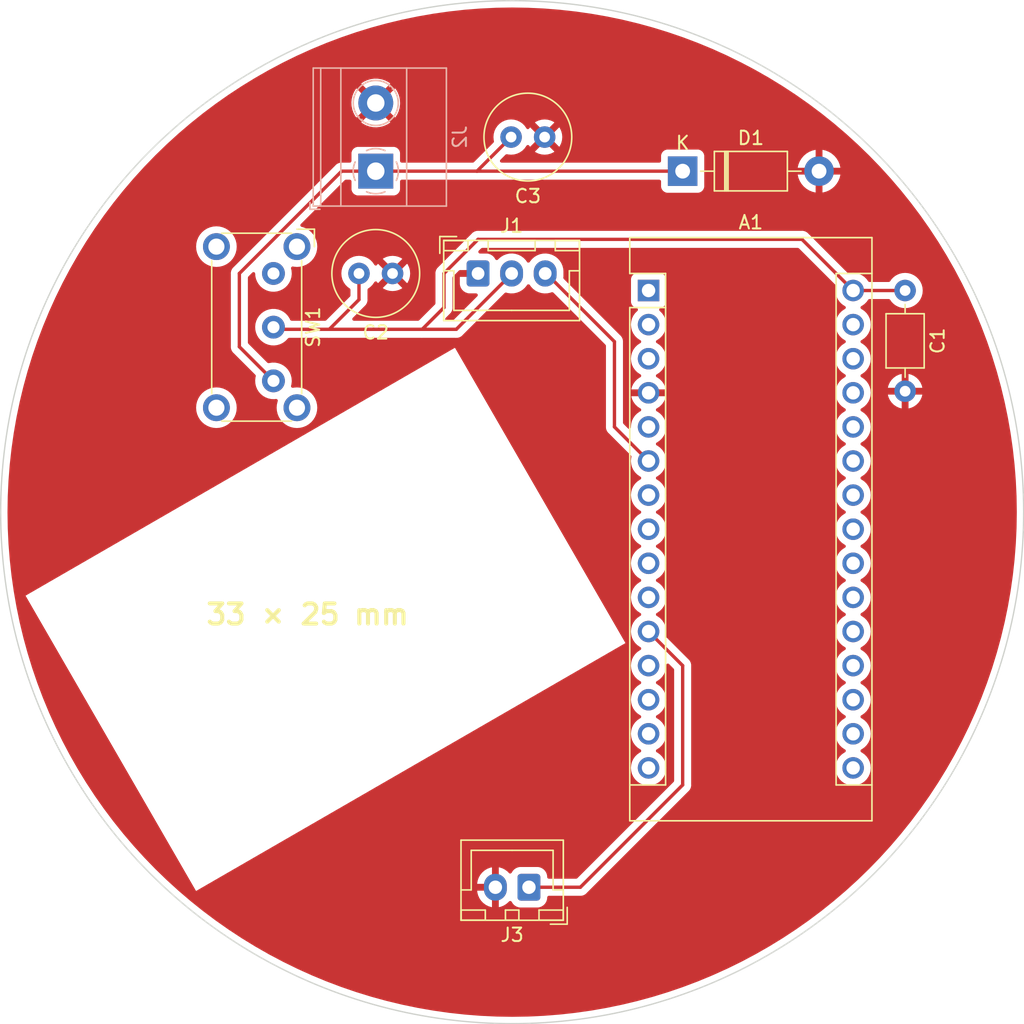
<source format=kicad_pcb>
(kicad_pcb (version 20211014) (generator pcbnew)
  (layers (0 "F.Cu" signal) (31 "B.Cu" signal) (34 "B.Paste" user) (35 "F.Paste" user) (36 "B.SilkS" user "B.Silkscreen") (37 "F.SilkS" user "F.Silkscreen") (38 "B.Mask" user) (39 "F.Mask" user) (44 "Edge.Cuts" user))
  (net 0 "")
  (net 4 "GND")
  (net 6 "/PWM")
  (net 11 "/JCK")
  (net 30 "/VIN")
  (net 31 "+9V")
  (footprint "Capacitor_THT:C_Radial_D6.3mm_H5.0mm_P2.50mm" (layer "F.Cu") (at 110.47 76.2 180)
    (fp_text reference "C2" (at 1.25 -4.4) (layer "F.SilkS"))
    (fp_text value "10uF")
    (fp_circle (center 1.25 0) (end 4.52 0) (layer "F.SilkS") (width 0.12) (fill none))
    (pad "1" thru_hole circle (at 0 0 180) (size 1.6 1.6) (drill 0.8) (layers *.Cu *.Mask) (net 4 "GND"))
    (pad "2" thru_hole circle (at 2.5 0 180) (size 1.6 1.6) (drill 0.8) (layers *.Cu *.Mask) (net 30 "/VIN"))
  )
  (footprint "Button_Switch_THT:SW_E-Switch_EG1224_SPDT_Angled" (layer "F.Cu") (at 101.6 76.2 -90)
    (fp_text reference "SW1" (at 4 -2.95 90) (layer "F.SilkS"))
    (fp_text value "SW_SPDT")
    (fp_line (start -3 3.85) (end -3 -1.35) (layer "F.SilkS") (width 0.12))
    (fp_line (start -3.3 -3.05) (end -2 -3.05) (layer "F.SilkS") (width 0.12))
    (fp_line (start -0.95 -2.1) (end 8.95 -2.1) (layer "F.SilkS") (width 0.12))
    (fp_line (start -3.3 -1.75) (end -3.3 -3.05) (layer "F.SilkS") (width 0.12))
    (fp_line (start 11 -1.35) (end 11 3.85) (layer "F.SilkS") (width 0.12))
    (fp_line (start 8.95 4.6) (end -0.95 4.6) (layer "F.SilkS") (width 0.12))
    (pad "" thru_hole circle (at 10 4.25 270) (size 2 2) (drill 1.2) (layers *.Cu *.Mask))
    (pad "" thru_hole circle (at -2 -1.75 270) (size 2 2) (drill 1.2) (layers *.Cu *.Mask))
    (pad "" thru_hole circle (at 10 -1.75 270) (size 2 2) (drill 1.2) (layers *.Cu *.Mask))
    (pad "" thru_hole circle (at -2 4.25 270) (size 2 2) (drill 1.2) (layers *.Cu *.Mask))
    (pad "1" thru_hole circle (at 0 0 270) (size 1.7 1.7) (drill 0.9) (layers *.Cu *.Mask))
    (pad "2" thru_hole circle (at 4 0 270) (size 1.7 1.7) (drill 0.9) (layers *.Cu *.Mask) (net 30 "/VIN"))
    (pad "3" thru_hole circle (at 8 0 270) (size 1.7 1.7) (drill 0.9) (layers *.Cu *.Mask) (net 31 "+9V"))
  )
  (footprint "Module:Arduino_Nano" (layer "F.Cu") (at 129.54 77.47)
    (fp_text reference "A1" (at 7.62 -5.08) (layer "F.SilkS"))
    (fp_text value "Arduino_Nano_v2.x")
    (fp_line (start 13.97 -1.27) (end 13.97 36.83) (layer "F.SilkS") (width 0.12))
    (fp_line (start 1.27 -1.27) (end -1.4 -1.27) (layer "F.SilkS") (width 0.12))
    (fp_line (start 1.27 1.27) (end 1.27 36.83) (layer "F.SilkS") (width 0.12))
    (fp_line (start 13.97 -1.27) (end 16.64 -1.27) (layer "F.SilkS") (width 0.12))
    (fp_line (start 13.97 36.83) (end 16.64 36.83) (layer "F.SilkS") (width 0.12))
    (fp_line (start 1.27 1.27) (end 1.27 -1.27) (layer "F.SilkS") (width 0.12))
    (fp_line (start -1.4 -3.94) (end -1.4 -1.27) (layer "F.SilkS") (width 0.12))
    (fp_line (start -1.4 39.5) (end 16.64 39.5) (layer "F.SilkS") (width 0.12))
    (fp_line (start 1.27 36.83) (end -1.4 36.83) (layer "F.SilkS") (width 0.12))
    (fp_line (start 16.64 39.5) (end 16.64 -3.94) (layer "F.SilkS") (width 0.12))
    (fp_line (start -1.4 1.27) (end -1.4 39.5) (layer "F.SilkS") (width 0.12))
    (fp_line (start 16.64 -3.94) (end -1.4 -3.94) (layer "F.SilkS") (width 0.12))
    (fp_line (start 1.27 1.27) (end -1.4 1.27) (layer "F.SilkS") (width 0.12))
    (pad "1" thru_hole rect locked (at 0 0) (size 1.6 1.6) (drill 1) (layers *.Cu *.Mask))
    (pad "2" thru_hole oval locked (at 0 2.54) (size 1.6 1.6) (drill 1) (layers *.Cu *.Mask))
    (pad "3" thru_hole oval locked (at 0 5.08) (size 1.6 1.6) (drill 1) (layers *.Cu *.Mask))
    (pad "4" thru_hole oval locked (at 0 7.62) (size 1.6 1.6) (drill 1) (layers *.Cu *.Mask) (net 4 "GND"))
    (pad "5" thru_hole oval locked (at 0 10.16) (size 1.6 1.6) (drill 1) (layers *.Cu *.Mask))
    (pad "6" thru_hole oval locked (at 0 12.7) (size 1.6 1.6) (drill 1) (layers *.Cu *.Mask) (net 6 "/PWM"))
    (pad "7" thru_hole oval locked (at 0 15.24) (size 1.6 1.6) (drill 1) (layers *.Cu *.Mask))
    (pad "8" thru_hole oval locked (at 0 17.78) (size 1.6 1.6) (drill 1) (layers *.Cu *.Mask))
    (pad "9" thru_hole oval locked (at 0 20.32) (size 1.6 1.6) (drill 1) (layers *.Cu *.Mask))
    (pad "10" thru_hole oval locked (at 0 22.86) (size 1.6 1.6) (drill 1) (layers *.Cu *.Mask))
    (pad "11" thru_hole oval locked (at 0 25.4) (size 1.6 1.6) (drill 1) (layers *.Cu *.Mask) (net 11 "/JCK"))
    (pad "12" thru_hole oval locked (at 0 27.94) (size 1.6 1.6) (drill 1) (layers *.Cu *.Mask))
    (pad "13" thru_hole oval locked (at 0 30.48) (size 1.6 1.6) (drill 1) (layers *.Cu *.Mask))
    (pad "14" thru_hole oval locked (at 0 33.02) (size 1.6 1.6) (drill 1) (layers *.Cu *.Mask))
    (pad "15" thru_hole oval locked (at 0 35.56) (size 1.6 1.6) (drill 1) (layers *.Cu *.Mask))
    (pad "16" thru_hole oval locked (at 15.24 35.56) (size 1.6 1.6) (drill 1) (layers *.Cu *.Mask))
    (pad "17" thru_hole oval locked (at 15.24 33.02) (size 1.6 1.6) (drill 1) (layers *.Cu *.Mask))
    (pad "18" thru_hole oval locked (at 15.24 30.48) (size 1.6 1.6) (drill 1) (layers *.Cu *.Mask))
    (pad "19" thru_hole oval locked (at 15.24 27.94) (size 1.6 1.6) (drill 1) (layers *.Cu *.Mask))
    (pad "20" thru_hole oval locked (at 15.24 25.4) (size 1.6 1.6) (drill 1) (layers *.Cu *.Mask))
    (pad "21" thru_hole oval locked (at 15.24 22.86) (size 1.6 1.6) (drill 1) (layers *.Cu *.Mask))
    (pad "22" thru_hole oval locked (at 15.24 20.32) (size 1.6 1.6) (drill 1) (layers *.Cu *.Mask))
    (pad "23" thru_hole oval locked (at 15.24 17.78) (size 1.6 1.6) (drill 1) (layers *.Cu *.Mask))
    (pad "24" thru_hole oval locked (at 15.24 15.24) (size 1.6 1.6) (drill 1) (layers *.Cu *.Mask))
    (pad "25" thru_hole oval locked (at 15.24 12.7) (size 1.6 1.6) (drill 1) (layers *.Cu *.Mask))
    (pad "26" thru_hole oval locked (at 15.24 10.16) (size 1.6 1.6) (drill 1) (layers *.Cu *.Mask))
    (pad "27" thru_hole oval locked (at 15.24 7.62) (size 1.6 1.6) (drill 1) (layers *.Cu *.Mask))
    (pad "28" thru_hole oval locked (at 15.24 5.08) (size 1.6 1.6) (drill 1) (layers *.Cu *.Mask))
    (pad "29" thru_hole oval locked (at 15.24 2.54) (size 1.6 1.6) (drill 1) (layers *.Cu *.Mask))
    (pad "30" thru_hole oval locked (at 15.24 0) (size 1.6 1.6) (drill 1) (layers *.Cu *.Mask) (net 30 "/VIN"))
  )
  (footprint "Capacitor_THT:C_Radial_D6.3mm_H5.0mm_P2.50mm" (layer "F.Cu") (at 121.8 66.04 180)
    (fp_text reference "C3" (at 1.25 -4.4) (layer "F.SilkS"))
    (fp_text value "10uF")
    (fp_circle (center 1.25 0) (end 4.52 0) (layer "F.SilkS") (width 0.12) (fill none))
    (pad "1" thru_hole circle (at 0 0 180) (size 1.6 1.6) (drill 0.8) (layers *.Cu *.Mask) (net 4 "GND"))
    (pad "2" thru_hole circle (at 2.5 0 180) (size 1.6 1.6) (drill 0.8) (layers *.Cu *.Mask) (net 31 "+9V"))
  )
  (footprint "Capacitor_THT:C_Axial_L3.8mm_D2.6mm_P7.50mm_Horizontal" (layer "F.Cu") (at 148.65 77.47 -90)
    (fp_text reference "C1" (at 3.75 -2.42 90) (layer "F.SilkS"))
    (fp_text value "1uF")
    (fp_line (start 1.73 -1.42) (end 1.73 1.42) (layer "F.SilkS") (width 0.12))
    (fp_line (start 1.04 0) (end 1.73 0) (layer "F.SilkS") (width 0.12))
    (fp_line (start 6.46 0) (end 5.77 0) (layer "F.SilkS") (width 0.12))
    (fp_line (start 1.73 1.42) (end 5.77 1.42) (layer "F.SilkS") (width 0.12))
    (fp_line (start 5.77 1.42) (end 5.77 -1.42) (layer "F.SilkS") (width 0.12))
    (fp_line (start 5.77 -1.42) (end 1.73 -1.42) (layer "F.SilkS") (width 0.12))
    (pad "1" thru_hole circle (at 0 0 270) (size 1.6 1.6) (drill 0.8) (layers *.Cu *.Mask) (net 30 "/VIN"))
    (pad "2" thru_hole oval (at 7.5 0 270) (size 1.6 1.6) (drill 0.8) (layers *.Cu *.Mask) (net 4 "GND"))
  )
  (footprint "Diode_THT:D_DO-41_SOD81_P10.16mm_Horizontal" (layer "F.Cu") (at 132.08 68.58)
    (fp_text reference "D1" (at 5.08 -2.47) (layer "F.SilkS"))
    (fp_text value "1N4001")
    (fp_text user "K" (at 0 -2.1) (layer "F.SilkS"))
    (fp_line (start 1.34 0) (end 2.36 0) (layer "F.SilkS") (width 0.12))
    (fp_line (start 3.26 -1.47) (end 3.26 1.47) (layer "F.SilkS") (width 0.12))
    (fp_line (start 2.36 -1.47) (end 2.36 1.47) (layer "F.SilkS") (width 0.12))
    (fp_line (start 3.38 -1.47) (end 3.38 1.47) (layer "F.SilkS") (width 0.12))
    (fp_line (start 7.8 -1.47) (end 2.36 -1.47) (layer "F.SilkS") (width 0.12))
    (fp_line (start 8.82 0) (end 7.8 0) (layer "F.SilkS") (width 0.12))
    (fp_line (start 2.36 1.47) (end 7.8 1.47) (layer "F.SilkS") (width 0.12))
    (fp_line (start 3.14 -1.47) (end 3.14 1.47) (layer "F.SilkS") (width 0.12))
    (fp_line (start 7.8 1.47) (end 7.8 -1.47) (layer "F.SilkS") (width 0.12))
    (pad "1" thru_hole rect (at 0 0) (size 2.2 2.2) (drill 1.1) (layers *.Cu *.Mask) (net 31 "+9V"))
    (pad "2" thru_hole oval (at 10.16 0) (size 2.2 2.2) (drill 1.1) (layers *.Cu *.Mask) (net 4 "GND"))
  )
  (footprint "Connector_JST:JST_XH_B2B-XH-A_1x02_P2.50mm_Vertical" (layer "F.Cu") (at 120.63 121.92 180)
    (fp_text reference "J3" (at 1.25 -3.55) (layer "F.SilkS"))
    (fp_text value "Jack")
    (fp_line (start 5.05 -0.2) (end 4.3 -0.2) (layer "F.SilkS") (width 0.12))
    (fp_line (start 5.05 -1.7) (end 5.05 -2.45) (layer "F.SilkS") (width 0.12))
    (fp_line (start -2.55 -2.45) (end -2.55 -1.7) (layer "F.SilkS") (width 0.12))
    (fp_line (start 0.75 -1.7) (end 1.75 -1.7) (layer "F.SilkS") (width 0.12))
    (fp_line (start -2.55 -0.2) (end -1.8 -0.2) (layer "F.SilkS") (width 0.12))
    (fp_line (start -1.8 2.75) (end 1.25 2.75) (layer "F.SilkS") (width 0.12))
    (fp_line (start -1.6 -2.75) (end -2.85 -2.75) (layer "F.SilkS") (width 0.12))
    (fp_line (start -2.55 -1.7) (end -0.75 -1.7) (layer "F.SilkS") (width 0.12))
    (fp_line (start -0.75 -1.7) (end -0.75 -2.45) (layer "F.SilkS") (width 0.12))
    (fp_line (start -2.85 -2.75) (end -2.85 -1.5) (layer "F.SilkS") (width 0.12))
    (fp_line (start -0.75 -2.45) (end -2.55 -2.45) (layer "F.SilkS") (width 0.12))
    (fp_line (start 5.05 -2.45) (end 3.25 -2.45) (layer "F.SilkS") (width 0.12))
    (fp_line (start 4.3 -0.2) (end 4.3 2.75) (layer "F.SilkS") (width 0.12))
    (fp_line (start 1.75 -1.7) (end 1.75 -2.45) (layer "F.SilkS") (width 0.12))
    (fp_line (start 3.25 -2.45) (end 3.25 -1.7) (layer "F.SilkS") (width 0.12))
    (fp_line (start 3.25 -1.7) (end 5.05 -1.7) (layer "F.SilkS") (width 0.12))
    (fp_line (start -2.56 3.51) (end 5.06 3.51) (layer "F.SilkS") (width 0.12))
    (fp_line (start -1.8 -0.2) (end -1.8 2.75) (layer "F.SilkS") (width 0.12))
    (fp_line (start -2.56 -2.46) (end -2.56 3.51) (layer "F.SilkS") (width 0.12))
    (fp_line (start 4.3 2.75) (end 1.25 2.75) (layer "F.SilkS") (width 0.12))
    (fp_line (start 5.06 -2.46) (end -2.56 -2.46) (layer "F.SilkS") (width 0.12))
    (fp_line (start 1.75 -2.45) (end 0.75 -2.45) (layer "F.SilkS") (width 0.12))
    (fp_line (start 0.75 -2.45) (end 0.75 -1.7) (layer "F.SilkS") (width 0.12))
    (fp_line (start 5.06 3.51) (end 5.06 -2.46) (layer "F.SilkS") (width 0.12))
    (pad "1" thru_hole roundrect (at 0 0 180) (size 1.7 2) (drill 1) (layers *.Cu *.Mask) (roundrect_rratio 0.147059) (net 11 "/JCK"))
    (pad "2" thru_hole oval (at 2.5 0 180) (size 1.7 2) (drill 1) (layers *.Cu *.Mask) (net 4 "GND"))
  )
  (footprint "Connector_JST:JST_XH_B3B-XH-A_1x03_P2.50mm_Vertical" (layer "F.Cu") (at 116.84 76.2)
    (fp_text reference "J1" (at 2.5 -3.55) (layer "F.SilkS"))
    (fp_text value "Servomoteur")
    (fp_line (start -2.85 -2.75) (end -2.85 -1.5) (layer "F.SilkS") (width 0.12))
    (fp_line (start 7.56 -2.46) (end -2.56 -2.46) (layer "F.SilkS") (width 0.12))
    (fp_line (start 7.55 -1.7) (end 7.55 -2.45) (layer "F.SilkS") (width 0.12))
    (fp_line (start 0.75 -1.7) (end 4.25 -1.7) (layer "F.SilkS") (width 0.12))
    (fp_line (start 0.75 -2.45) (end 0.75 -1.7) (layer "F.SilkS") (width 0.12))
    (fp_line (start -1.6 -2.75) (end -2.85 -2.75) (layer "F.SilkS") (width 0.12))
    (fp_line (start 4.25 -2.45) (end 0.75 -2.45) (layer "F.SilkS") (width 0.12))
    (fp_line (start -1.8 2.75) (end 2.5 2.75) (layer "F.SilkS") (width 0.12))
    (fp_line (start -2.55 -0.2) (end -1.8 -0.2) (layer "F.SilkS") (width 0.12))
    (fp_line (start 6.8 -0.2) (end 6.8 2.75) (layer "F.SilkS") (width 0.12))
    (fp_line (start -2.55 -2.45) (end -2.55 -1.7) (layer "F.SilkS") (width 0.12))
    (fp_line (start -2.56 -2.46) (end -2.56 3.51) (layer "F.SilkS") (width 0.12))
    (fp_line (start 5.75 -1.7) (end 7.55 -1.7) (layer "F.SilkS") (width 0.12))
    (fp_line (start 7.56 3.51) (end 7.56 -2.46) (layer "F.SilkS") (width 0.12))
    (fp_line (start -2.55 -1.7) (end -0.75 -1.7) (layer "F.SilkS") (width 0.12))
    (fp_line (start 7.55 -0.2) (end 6.8 -0.2) (layer "F.SilkS") (width 0.12))
    (fp_line (start 6.8 2.75) (end 2.5 2.75) (layer "F.SilkS") (width 0.12))
    (fp_line (start -2.56 3.51) (end 7.56 3.51) (layer "F.SilkS") (width 0.12))
    (fp_line (start -1.8 -0.2) (end -1.8 2.75) (layer "F.SilkS") (width 0.12))
    (fp_line (start 5.75 -2.45) (end 5.75 -1.7) (layer "F.SilkS") (width 0.12))
    (fp_line (start -0.75 -1.7) (end -0.75 -2.45) (layer "F.SilkS") (width 0.12))
    (fp_line (start -0.75 -2.45) (end -2.55 -2.45) (layer "F.SilkS") (width 0.12))
    (fp_line (start 7.55 -2.45) (end 5.75 -2.45) (layer "F.SilkS") (width 0.12))
    (fp_line (start 4.25 -1.7) (end 4.25 -2.45) (layer "F.SilkS") (width 0.12))
    (pad "1" thru_hole roundrect (at 0 0) (size 1.7 1.95) (drill 0.95) (layers *.Cu *.Mask) (roundrect_rratio 0.147059) (net 4 "GND"))
    (pad "2" thru_hole oval (at 2.5 0) (size 1.7 1.95) (drill 0.95) (layers *.Cu *.Mask) (net 30 "/VIN"))
    (pad "3" thru_hole oval (at 5 0) (size 1.7 1.95) (drill 0.95) (layers *.Cu *.Mask) (net 6 "/PWM"))
  )
  (footprint "TerminalBlock_Phoenix:TerminalBlock_Phoenix_MKDS-1,5-2-5.08_1x02_P5.08mm_Horizontal" (layer "B.Cu") (at 109.22 68.58 90)
    (fp_text reference "J2" (at 2.54 6.26 90) (layer "B.SilkS") (effects (justify mirror)))
    (fp_text value "Screw_Terminal_01x02")
    (fp_line (start -2.6 -4.1) (end 7.68 -4.1) (layer "B.SilkS") (width 0.12))
    (fp_line (start -2.84 -4.9) (end -2.34 -4.9) (layer "B.SilkS") (width 0.12))
    (fp_line (start 4.046 -1.239) (end 4.011 -1.274) (layer "B.SilkS") (width 0.12))
    (fp_line (start 6.355 1.069) (end 6.308 1.023) (layer "B.SilkS") (width 0.12))
    (fp_line (start -2.6 -4.66) (end 7.68 -4.66) (layer "B.SilkS") (width 0.12))
    (fp_line (start -2.6 2.301) (end 7.68 2.301) (layer "B.SilkS") (width 0.12))
    (fp_line (start -2.6 -2.6) (end 7.68 -2.6) (layer "B.SilkS") (width 0.12))
    (fp_line (start -2.6 5.261) (end -2.6 -4.66) (layer "B.SilkS") (width 0.12))
    (fp_line (start 7.68 5.261) (end 7.68 -4.66) (layer "B.SilkS") (width 0.12))
    (fp_line (start 3.853 -1.023) (end 3.806 -1.069) (layer "B.SilkS") (width 0.12))
    (fp_line (start -2.84 -4.16) (end -2.84 -4.9) (layer "B.SilkS") (width 0.12))
    (fp_line (start 6.15 1.275) (end 6.115 1.239) (layer "B.SilkS") (width 0.12))
    (fp_line (start -2.6 5.261) (end 7.68 5.261) (layer "B.SilkS") (width 0.12))
    (fp_arc (start 1.535 -0.684) (mid 1.6805 -0.000524) (end 1.535427 0.683042) (layer "B.SilkS") (width 0.12))
    (fp_arc (start -0.684 -1.535) (mid -0.335551 -1.646659) (end 0.028805 -1.680253) (layer "B.SilkS") (width 0.12))
    (fp_arc (start 0 -1.68) (mid 0.349292 -1.643288) (end 0.683318 -1.534756) (layer "B.SilkS") (width 0.12))
    (fp_arc (start -1.535 0.684) (mid -1.680501 0.000524) (end -1.535427 -0.683042) (layer "B.SilkS") (width 0.12))
    (fp_arc (start 0.684 1.535) (mid 0.000524 1.680501) (end -0.683042 1.535427) (layer "B.SilkS") (width 0.12))
    (fp_circle (center 5.08 0) (end 6.76 0) (layer "B.SilkS") (width 0.12) (fill none))
    (pad "1" thru_hole rect (at 0 0 90) (size 2.6 2.6) (drill 1.3) (layers *.Cu *.Mask) (net 31 "+9V"))
    (pad "2" thru_hole circle (at 5.08 0 90) (size 2.6 2.6) (drill 1.3) (layers *.Cu *.Mask) (net 4 "GND"))
  )
  (gr_circle (center 119.38 93.98) (end 119.38 55.88) (layer "Edge.Cuts") (width 0.1) (fill none))
  (gr_text "33 × 25 mm" (at 104.14 101.6) (layer "F.SilkS") (effects (font (size 1.5 1.5) (thickness 0.3))))
  (segment (start 121.92 76.2) (end 121.88 76.2) (width 0.25) (layer "F.Cu") (net 6))
  (segment (start 127 87.63) (end 127 81.28) (width 0.25) (layer "F.Cu") (net 6))
  (segment (start 127 81.28) (end 121.92 76.2) (width 0.25) (layer "F.Cu") (net 6))
  (segment (start 129.54 90.17) (end 127 87.63) (width 0.25) (layer "F.Cu") (net 6))
  (segment (start 124.46 121.92) (end 132.08 114.3) (width 0.25) (layer "F.Cu") (net 11))
  (segment (start 132.08 105.41) (end 129.54 102.87) (width 0.25) (layer "F.Cu") (net 11))
  (segment (start 120.63 121.92) (end 124.46 121.92) (width 0.25) (layer "F.Cu") (net 11))
  (segment (start 132.08 114.3) (end 132.08 105.41) (width 0.25) (layer "F.Cu") (net 11))
  (segment (start 105.76 80.36) (end 112.68 80.36) (width 0.25) (layer "F.Cu") (net 30))
  (segment (start 116.84 73.66) (end 114.3 76.2) (width 0.25) (layer "F.Cu") (net 30))
  (segment (start 115.22 80.36) (end 119.38 76.2) (width 0.25) (layer "F.Cu") (net 30))
  (segment (start 114.3 78.74) (end 112.68 80.36) (width 0.25) (layer "F.Cu") (net 30))
  (segment (start 107.97 76.2) (end 107.97 78.15) (width 0.25) (layer "F.Cu") (net 30))
  (segment (start 144.78 77.47) (end 140.97 73.66) (width 0.25) (layer "F.Cu") (net 30))
  (segment (start 112.68 80.36) (end 115.22 80.36) (width 0.25) (layer "F.Cu") (net 30))
  (segment (start 140.97 73.66) (end 116.84 73.66) (width 0.25) (layer "F.Cu") (net 30))
  (segment (start 148.65 77.47) (end 144.78 77.47) (width 0.25) (layer "F.Cu") (net 30))
  (segment (start 101.6 80.36) (end 105.76 80.36) (width 0.25) (layer "F.Cu") (net 30))
  (segment (start 114.3 76.2) (end 114.3 78.74) (width 0.25) (layer "F.Cu") (net 30))
  (segment (start 107.97 78.15) (end 105.76 80.36) (width 0.25) (layer "F.Cu") (net 30))
  (segment (start 116.76 68.58) (end 132.08 68.58) (width 0.25) (layer "F.Cu") (net 31))
  (segment (start 99.06 76.2) (end 106.68 68.58) (width 0.25) (layer "F.Cu") (net 31))
  (segment (start 109.22 68.58) (end 116.76 68.58) (width 0.25) (layer "F.Cu") (net 31))
  (segment (start 116.76 68.58) (end 119.3 66.04) (width 0.25) (layer "F.Cu") (net 31))
  (segment (start 101.6 84.2) (end 99.06 81.66) (width 0.25) (layer "F.Cu") (net 31))
  (segment (start 106.68 68.58) (end 109.22 68.58) (width 0.25) (layer "F.Cu") (net 31))
  (segment (start 99.06 81.66) (end 99.06 76.2) (width 0.25) (layer "F.Cu") (net 31))
  (zone (net 0) (net_name "") (layer "F.Cu") (name "Servo") (connect_pads (clearance 0)) (min_thickness 0.254)
    (keepout (tracks not_allowed) (vias not_allowed) (pads not_allowed) (copperpour not_allowed) (footprints not_allowed))
    (fill (thermal_gap 0.508) (thermal_bridge_width 0.508))
    (polygon (pts (xy 95.833409 122.198357) (xy 127.818806 103.73158) (xy 115.118806 81.734535) (xy 83.133409 100.201312)))
  )
  (zone locked (net 4) (net_name "GND") (layer "F.Cu") (connect_pads (clearance 0.508)) (min_thickness 0.254) (fill yes (thermal_gap 0.508) (thermal_bridge_width 0.508))
    (polygon (pts (xy 157.48 132.08) (xy 81.28 132.08) (xy 81.28 55.88) (xy 157.48 55.88)))
  )
)
</source>
